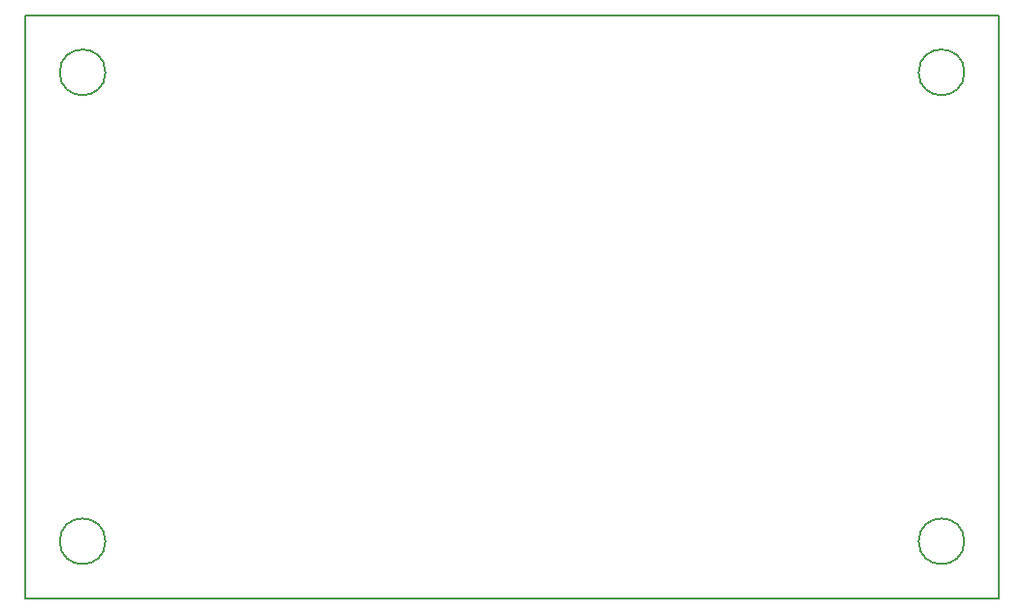
<source format=gbr>
G04 (created by PCBNEW (2013-jul-07)-stable) date nie, 28 cze 2015, 22:06:29*
%MOIN*%
G04 Gerber Fmt 3.4, Leading zero omitted, Abs format*
%FSLAX34Y34*%
G01*
G70*
G90*
G04 APERTURE LIST*
%ADD10C,0.00590551*%
G04 APERTURE END LIST*
G54D10*
X85826Y-13385D02*
G75*
G03X85826Y-13385I-787J0D01*
G74*
G01*
X85826Y-29527D02*
G75*
G03X85826Y-29527I-787J0D01*
G74*
G01*
X56299Y-29527D02*
G75*
G03X56299Y-29527I-787J0D01*
G74*
G01*
X56299Y-13385D02*
G75*
G03X56299Y-13385I-787J0D01*
G74*
G01*
X53543Y-31496D02*
X53543Y-11417D01*
X87007Y-31496D02*
X53543Y-31496D01*
X87007Y-11417D02*
X87007Y-31496D01*
X53543Y-11417D02*
X87007Y-11417D01*
M02*

</source>
